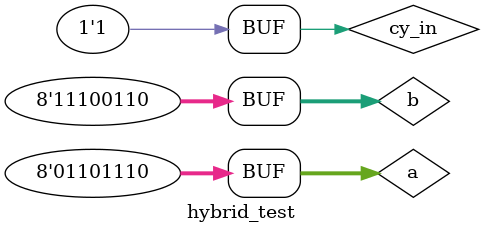
<source format=v>
`timescale 1ns / 1ps


module hybrid_test;

	// Inputs
	reg [7:0] a;
	reg [7:0] b;
	reg cy_in;

	// Outputs
	wire [7:0] sum;
	wire cy_out;

	// Instantiate the Unit Under Test (UUT)
	hybrid_adder uut (
		.a(a), 
		.b(b), 
		.cy_in(cy_in), 
		.sum(sum), 
		.cy_out(cy_out)
	);

	initial begin
		// Initialize Inputs
		a = 8'b01101110;
		b = 8'b11100110;
		cy_in = 1;

		// Wait 100 ns for global reset to finish
		#100;
        
		// Add stimulus here

	end
      
endmodule


</source>
